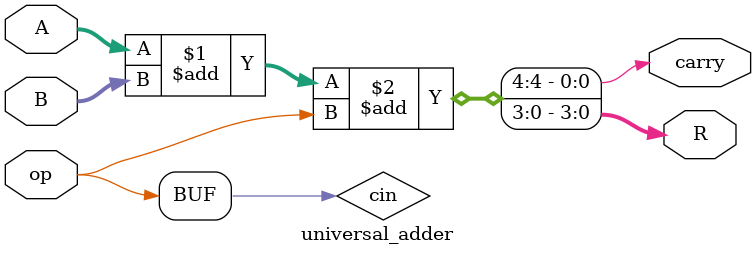
<source format=v>

module universal_adder (
    input  [3:0] A,
    input  [3:0] B,
    input        op,     // 0 = normal add, 1 = add with carry-in
    output [3:0] R,
    output       carry
);

    wire cin;
    assign cin = op;     // universal control

    assign {carry, R} = A + B + cin;

endmodule

</source>
